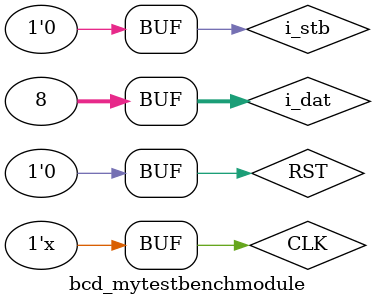
<source format=v>
module bcd_mytestbenchmodule();
	
reg CLK;
initial CLK  <= 0;
always #50  CLK <= ~CLK;
	
reg RST;
initial 
begin
	RST <= 0;
	RST <= #100 1;
	RST <= #500 0;
end	  

reg [31:0] i_dat;
reg i_stb;

initial 
begin
	i_dat <= 0;
	i_stb <= 0;
	#1000;	   
	i_dat <= 8;
	i_stb <= 1;
	#100;	  
	i_stb <= 0;
	
end	  

bin_to_bcd_simple test
( 
.CLK(CLK),
.RST(RST),

.I_DAT(i_dat), 
.I_STB(i_stb),

.O_DAT(), 
.O_STB()
);		

bin_to_bcd test2
( 
.CLK(CLK),
.RST(RST),

.I_DAT(i_dat), 
.I_STB(i_stb),

.O_DAT(), 
.O_STB()
);		


bcd_shl_1 test3
( 
.CLK(CLK),
.RST(RST),
.ADD1(), 
.DAT(), 
.OVERFLOW()
);		



endmodule


</source>
